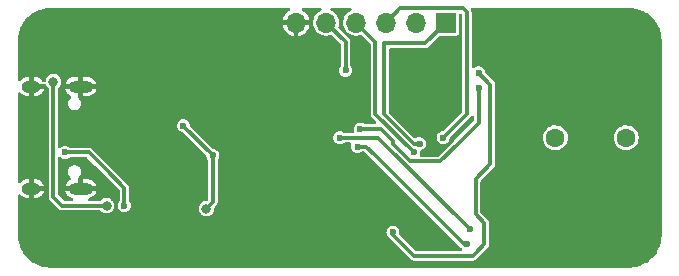
<source format=gbr>
%TF.GenerationSoftware,KiCad,Pcbnew,(6.0.7)*%
%TF.CreationDate,2023-06-20T16:23:11-04:00*%
%TF.ProjectId,microkfd,6d696372-6f6b-4666-942e-6b696361645f,E*%
%TF.SameCoordinates,Original*%
%TF.FileFunction,Copper,L2,Bot*%
%TF.FilePolarity,Positive*%
%FSLAX46Y46*%
G04 Gerber Fmt 4.6, Leading zero omitted, Abs format (unit mm)*
G04 Created by KiCad (PCBNEW (6.0.7)) date 2023-06-20 16:23:11*
%MOMM*%
%LPD*%
G01*
G04 APERTURE LIST*
%TA.AperFunction,ComponentPad*%
%ADD10O,2.100000X1.000000*%
%TD*%
%TA.AperFunction,ComponentPad*%
%ADD11O,1.600000X1.000000*%
%TD*%
%TA.AperFunction,WasherPad*%
%ADD12C,1.600000*%
%TD*%
%TA.AperFunction,ComponentPad*%
%ADD13R,1.700000X1.700000*%
%TD*%
%TA.AperFunction,ComponentPad*%
%ADD14O,1.700000X1.700000*%
%TD*%
%TA.AperFunction,ViaPad*%
%ADD15C,0.600000*%
%TD*%
%TA.AperFunction,ViaPad*%
%ADD16C,0.800000*%
%TD*%
%TA.AperFunction,Conductor*%
%ADD17C,0.300000*%
%TD*%
G04 APERTURE END LIST*
D10*
%TO.P,J1,S1,SHIELD*%
%TO.N,GND*%
X99070000Y-104320000D03*
X99070000Y-95680000D03*
D11*
X94890000Y-95680000D03*
X94890000Y-104320000D03*
%TD*%
D12*
%TO.P,J3,*%
%TO.N,*%
X139250000Y-100000000D03*
X145250000Y-100000000D03*
%TD*%
D13*
%TO.P,J2,1,MISO*%
%TO.N,MISO*%
X130000000Y-90250000D03*
D14*
%TO.P,J2,2,VCC*%
%TO.N,+5V*%
X127460000Y-90250000D03*
%TO.P,J2,3,SCK*%
%TO.N,SCK*%
X124920000Y-90250000D03*
%TO.P,J2,4,MOSI*%
%TO.N,MOSI*%
X122380000Y-90250000D03*
%TO.P,J2,5,~{RST}*%
%TO.N,~{RESET}*%
X119840000Y-90250000D03*
%TO.P,J2,6,GND*%
%TO.N,GND*%
X117300000Y-90250000D03*
%TD*%
D15*
%TO.N,GND*%
X113750000Y-95750000D03*
X100000000Y-89250000D03*
X124000000Y-106500000D03*
X107750000Y-102000000D03*
X112750000Y-95750000D03*
X125000000Y-110500000D03*
X147250000Y-101250000D03*
X126500000Y-94500000D03*
X147250000Y-102500000D03*
X110000000Y-89250000D03*
X113750000Y-110500000D03*
X108750000Y-89250000D03*
X146250000Y-105000000D03*
X113750000Y-89250000D03*
X107750000Y-103000000D03*
X146250000Y-103750000D03*
X117250000Y-100500000D03*
X103750000Y-89250000D03*
X94250000Y-107500000D03*
X108500000Y-101500000D03*
X106250000Y-89250000D03*
X123750000Y-104000000D03*
X147250000Y-105000000D03*
X147250000Y-103750000D03*
X146250000Y-102500000D03*
X118750000Y-110500000D03*
X123750000Y-110500000D03*
X122500000Y-110500000D03*
X115000000Y-89250000D03*
X122750000Y-98250000D03*
X127250000Y-95250000D03*
X112500000Y-89250000D03*
X102500000Y-89250000D03*
X128000000Y-94500000D03*
X147250000Y-98750000D03*
X118000000Y-99750000D03*
X139750000Y-109000000D03*
X121750000Y-99000000D03*
X124500000Y-103250000D03*
X146250000Y-101250000D03*
X95250000Y-110000000D03*
X111750000Y-95750000D03*
X146250000Y-98750000D03*
X126250000Y-110500000D03*
X111250000Y-89250000D03*
X147250000Y-100000000D03*
X117500000Y-110500000D03*
X94250000Y-106250000D03*
X115000000Y-110500000D03*
X105000000Y-89250000D03*
X107750000Y-101000000D03*
X94500000Y-109000000D03*
X107500000Y-89250000D03*
X118000000Y-101250000D03*
X101250000Y-89250000D03*
X122500000Y-102500000D03*
X112750000Y-96750000D03*
X124000000Y-107750000D03*
X116250000Y-110500000D03*
%TO.N,~{RESET}*%
X121500000Y-94292393D03*
%TO.N,TWI_D_RX*%
X132750000Y-95750000D03*
X122750000Y-99250000D03*
%TO.N,TWI_S_RX*%
X121000000Y-100000000D03*
X132000000Y-107750000D03*
%TO.N,MISO*%
X127750000Y-100500000D03*
%TO.N,SCK*%
X129750000Y-100000000D03*
%TO.N,MOSI*%
X127250000Y-101250000D03*
%TO.N,TWI_D_TX*%
X132750000Y-94500000D03*
X125500000Y-108000000D03*
%TO.N,TWI_S_TX*%
X122500000Y-100750000D03*
X131750000Y-109000000D03*
D16*
%TO.N,Net-(C3-Pad1)*%
X109713000Y-106000000D03*
D15*
X110250000Y-101500000D03*
X107750000Y-98983000D03*
%TO.N,Net-(J1-PadA5)*%
X97750000Y-101250000D03*
X102750000Y-105750000D03*
D16*
%TO.N,Net-(J1-PadB5)*%
X101250000Y-105750000D03*
X96750000Y-95250000D03*
%TD*%
D17*
%TO.N,~{RESET}*%
X119840000Y-90250000D02*
X121500000Y-91910000D01*
X121500000Y-91910000D02*
X121500000Y-94292393D01*
%TO.N,TWI_D_RX*%
X126957106Y-102000000D02*
X128750000Y-102000000D01*
X132750000Y-98750000D02*
X132750000Y-95750000D01*
X131000000Y-100500000D02*
X132750000Y-98750000D01*
X126750000Y-101792894D02*
X126957106Y-102000000D01*
X128750000Y-102000000D02*
X129500000Y-102000000D01*
X125500000Y-100250000D02*
X125500000Y-100542894D01*
X129500000Y-102000000D02*
X131000000Y-100500000D01*
X124500000Y-99250000D02*
X125500000Y-100250000D01*
X125500000Y-100542894D02*
X126750000Y-101792894D01*
X122750000Y-99250000D02*
X124500000Y-99250000D01*
%TO.N,TWI_S_RX*%
X121000000Y-100000000D02*
X124250000Y-100000000D01*
X124250000Y-100000000D02*
X132000000Y-107750000D01*
%TO.N,MISO*%
X124750000Y-98000000D02*
X127000000Y-100250000D01*
X128250000Y-92000000D02*
X124750000Y-92000000D01*
X124750000Y-92000000D02*
X124750000Y-98000000D01*
X130000000Y-90250000D02*
X128250000Y-92000000D01*
X127250000Y-100500000D02*
X127750000Y-100500000D01*
X127000000Y-100250000D02*
X127250000Y-100500000D01*
%TO.N,SCK*%
X131750000Y-89397845D02*
X131750000Y-98000000D01*
X131750000Y-98000000D02*
X129750000Y-100000000D01*
X124920000Y-90250000D02*
X126120000Y-89050000D01*
X131402155Y-89050000D02*
X131750000Y-89397845D01*
X126120000Y-89050000D02*
X131402155Y-89050000D01*
%TO.N,MOSI*%
X124000000Y-98000000D02*
X124000000Y-91870000D01*
X127250000Y-101250000D02*
X124000000Y-98000000D01*
X124000000Y-91870000D02*
X122380000Y-90250000D01*
%TO.N,TWI_D_TX*%
X133750000Y-102250000D02*
X132500000Y-103500000D01*
X132750000Y-94500000D02*
X133750000Y-95500000D01*
X132500000Y-109750000D02*
X132250000Y-110000000D01*
X133250000Y-109000000D02*
X132500000Y-109750000D01*
X133750000Y-98750000D02*
X133750000Y-102250000D01*
X132500000Y-106500000D02*
X133250000Y-107250000D01*
X125500000Y-108250000D02*
X125500000Y-108000000D01*
X133750000Y-95500000D02*
X133750000Y-98750000D01*
X132250000Y-110000000D02*
X127250000Y-110000000D01*
X133250000Y-107250000D02*
X133250000Y-109000000D01*
X127250000Y-110000000D02*
X125500000Y-108250000D01*
X132500000Y-103500000D02*
X132500000Y-106500000D01*
%TO.N,TWI_S_TX*%
X131500000Y-109000000D02*
X131750000Y-109000000D01*
X124000000Y-101500000D02*
X123250000Y-100750000D01*
X123250000Y-100750000D02*
X122500000Y-100750000D01*
X124000000Y-101500000D02*
X130000000Y-107500000D01*
X130000000Y-107500000D02*
X131500000Y-109000000D01*
%TO.N,Net-(C3-Pad1)*%
X110250000Y-105463000D02*
X109713000Y-106000000D01*
X110250000Y-101483000D02*
X110250000Y-101500000D01*
X110250000Y-101500000D02*
X110250000Y-103250000D01*
X110250000Y-103250000D02*
X110250000Y-105463000D01*
X107750000Y-98983000D02*
X110250000Y-101483000D01*
%TO.N,Net-(J1-PadA5)*%
X102750000Y-104250000D02*
X102750000Y-105750000D01*
X101250000Y-102750000D02*
X102750000Y-104250000D01*
X97750000Y-101250000D02*
X99750000Y-101250000D01*
X99750000Y-101250000D02*
X101250000Y-102750000D01*
%TO.N,Net-(J1-PadB5)*%
X101250000Y-105750000D02*
X97500000Y-105750000D01*
X97500000Y-105750000D02*
X97000000Y-105250000D01*
X96750000Y-100250000D02*
X96750000Y-95250000D01*
X96750000Y-105000000D02*
X96750000Y-100250000D01*
X97000000Y-105250000D02*
X96750000Y-105000000D01*
%TD*%
%TA.AperFunction,Conductor*%
%TO.N,GND*%
G36*
X116766952Y-89020185D02*
G01*
X116812707Y-89072989D01*
X116822651Y-89142147D01*
X116793626Y-89205703D01*
X116763313Y-89231067D01*
X116626035Y-89312738D01*
X116616877Y-89319392D01*
X116466518Y-89451254D01*
X116458728Y-89459463D01*
X116334916Y-89616518D01*
X116328751Y-89626011D01*
X116235633Y-89803000D01*
X116231300Y-89813461D01*
X116171998Y-90004444D01*
X116169642Y-90015526D01*
X116167658Y-90032293D01*
X116170062Y-90046488D01*
X116182600Y-90050000D01*
X118418720Y-90050000D01*
X118433037Y-90045796D01*
X118434560Y-90036838D01*
X118434044Y-90034057D01*
X118379760Y-89841583D01*
X118375703Y-89831013D01*
X118287252Y-89651652D01*
X118281333Y-89641994D01*
X118161682Y-89481762D01*
X118154101Y-89473342D01*
X118007250Y-89337595D01*
X117998265Y-89330700D01*
X117837666Y-89229370D01*
X117791473Y-89176949D01*
X117780953Y-89107876D01*
X117809448Y-89044081D01*
X117867909Y-89005818D01*
X117903834Y-89000500D01*
X119352752Y-89000500D01*
X119419791Y-89020185D01*
X119465546Y-89072989D01*
X119475490Y-89142147D01*
X119446465Y-89205703D01*
X119395671Y-89240836D01*
X119369521Y-89250483D01*
X119369517Y-89250485D01*
X119364193Y-89252449D01*
X119359310Y-89255354D01*
X119359308Y-89255355D01*
X119232004Y-89331093D01*
X119190371Y-89355862D01*
X119038305Y-89489220D01*
X118913089Y-89648057D01*
X118818914Y-89827053D01*
X118817229Y-89832479D01*
X118817228Y-89832482D01*
X118779421Y-89954244D01*
X118758937Y-90020213D01*
X118735164Y-90221069D01*
X118735535Y-90226731D01*
X118735535Y-90226735D01*
X118740851Y-90307842D01*
X118748392Y-90422894D01*
X118798178Y-90618928D01*
X118800554Y-90624082D01*
X118808205Y-90640677D01*
X118882856Y-90802607D01*
X118999588Y-90967780D01*
X119144466Y-91108913D01*
X119312637Y-91221282D01*
X119498470Y-91301122D01*
X119563222Y-91315774D01*
X119690193Y-91344505D01*
X119690195Y-91344505D01*
X119695740Y-91345760D01*
X119813135Y-91350372D01*
X119892161Y-91353477D01*
X119892163Y-91353477D01*
X119897842Y-91353700D01*
X119903462Y-91352885D01*
X119903465Y-91352885D01*
X120092387Y-91325493D01*
X120092389Y-91325493D01*
X120098007Y-91324678D01*
X120103384Y-91322853D01*
X120103387Y-91322852D01*
X120211841Y-91286036D01*
X120281650Y-91283126D01*
X120339381Y-91315774D01*
X121063181Y-92039574D01*
X121096666Y-92100897D01*
X121099500Y-92127255D01*
X121099500Y-93867947D01*
X121079815Y-93934986D01*
X121073875Y-93943434D01*
X121024089Y-94008316D01*
X121024087Y-94008320D01*
X121019139Y-94014768D01*
X121014801Y-94025241D01*
X120970342Y-94132577D01*
X120963670Y-94148684D01*
X120944750Y-94292393D01*
X120963670Y-94436102D01*
X120966781Y-94443614D01*
X120966782Y-94443616D01*
X120971750Y-94455609D01*
X121019139Y-94570018D01*
X121107379Y-94685014D01*
X121222375Y-94773254D01*
X121229887Y-94776365D01*
X121229886Y-94776365D01*
X121348777Y-94825611D01*
X121348779Y-94825612D01*
X121356291Y-94828723D01*
X121500000Y-94847643D01*
X121643709Y-94828723D01*
X121651221Y-94825612D01*
X121651223Y-94825611D01*
X121770114Y-94776365D01*
X121770113Y-94776365D01*
X121777625Y-94773254D01*
X121892621Y-94685014D01*
X121980861Y-94570018D01*
X122028250Y-94455609D01*
X122033218Y-94443616D01*
X122033219Y-94443614D01*
X122036330Y-94436102D01*
X122055250Y-94292393D01*
X122036330Y-94148684D01*
X122029659Y-94132577D01*
X121985199Y-94025241D01*
X121980861Y-94014768D01*
X121975913Y-94008320D01*
X121975911Y-94008316D01*
X121926125Y-93943434D01*
X121900930Y-93878265D01*
X121900500Y-93867947D01*
X121900500Y-91846567D01*
X121893653Y-91825494D01*
X121889111Y-91806574D01*
X121887173Y-91794338D01*
X121885646Y-91784696D01*
X121880540Y-91774674D01*
X121875588Y-91764956D01*
X121868142Y-91746979D01*
X121864312Y-91735192D01*
X121861297Y-91725911D01*
X121848270Y-91707981D01*
X121838108Y-91691398D01*
X121832480Y-91680353D01*
X121828050Y-91671658D01*
X121805487Y-91649095D01*
X121805484Y-91649091D01*
X120905774Y-90749381D01*
X120872289Y-90688058D01*
X120876036Y-90621841D01*
X120912852Y-90513387D01*
X120912853Y-90513384D01*
X120914678Y-90508007D01*
X120920530Y-90467645D01*
X120943176Y-90311458D01*
X120943176Y-90311453D01*
X120943700Y-90307842D01*
X120945215Y-90250000D01*
X120926708Y-90048591D01*
X120871807Y-89853926D01*
X120782351Y-89672527D01*
X120661335Y-89510467D01*
X120512812Y-89373174D01*
X120480762Y-89352952D01*
X120346566Y-89268280D01*
X120346564Y-89268279D01*
X120341757Y-89265246D01*
X120277655Y-89239672D01*
X120222682Y-89196547D01*
X120199752Y-89130548D01*
X120216143Y-89062628D01*
X120266653Y-89014352D01*
X120323604Y-89000500D01*
X121892752Y-89000500D01*
X121959791Y-89020185D01*
X122005546Y-89072989D01*
X122015490Y-89142147D01*
X121986465Y-89205703D01*
X121935671Y-89240836D01*
X121909521Y-89250483D01*
X121909517Y-89250485D01*
X121904193Y-89252449D01*
X121899310Y-89255354D01*
X121899308Y-89255355D01*
X121772004Y-89331093D01*
X121730371Y-89355862D01*
X121578305Y-89489220D01*
X121453089Y-89648057D01*
X121358914Y-89827053D01*
X121357229Y-89832479D01*
X121357228Y-89832482D01*
X121319421Y-89954244D01*
X121298937Y-90020213D01*
X121275164Y-90221069D01*
X121275535Y-90226731D01*
X121275535Y-90226735D01*
X121280851Y-90307842D01*
X121288392Y-90422894D01*
X121338178Y-90618928D01*
X121340554Y-90624082D01*
X121348205Y-90640677D01*
X121422856Y-90802607D01*
X121539588Y-90967780D01*
X121684466Y-91108913D01*
X121852637Y-91221282D01*
X122038470Y-91301122D01*
X122103222Y-91315774D01*
X122230193Y-91344505D01*
X122230195Y-91344505D01*
X122235740Y-91345760D01*
X122353135Y-91350372D01*
X122432161Y-91353477D01*
X122432163Y-91353477D01*
X122437842Y-91353700D01*
X122443462Y-91352885D01*
X122443465Y-91352885D01*
X122632387Y-91325493D01*
X122632389Y-91325493D01*
X122638007Y-91324678D01*
X122643384Y-91322853D01*
X122643387Y-91322852D01*
X122751841Y-91286036D01*
X122821650Y-91283126D01*
X122879381Y-91315774D01*
X123563181Y-91999574D01*
X123596666Y-92060897D01*
X123599500Y-92087255D01*
X123599500Y-98063433D01*
X123602515Y-98072711D01*
X123606345Y-98084499D01*
X123610889Y-98103424D01*
X123614354Y-98125304D01*
X123618783Y-98133997D01*
X123618785Y-98134002D01*
X123624413Y-98145048D01*
X123631857Y-98163019D01*
X123634663Y-98171653D01*
X123638704Y-98184090D01*
X123651726Y-98202013D01*
X123661892Y-98218602D01*
X123671950Y-98238342D01*
X123694513Y-98260905D01*
X123694516Y-98260909D01*
X124071426Y-98637819D01*
X124104911Y-98699142D01*
X124099927Y-98768834D01*
X124058055Y-98824767D01*
X123992591Y-98849184D01*
X123983745Y-98849500D01*
X123174446Y-98849500D01*
X123107407Y-98829815D01*
X123098959Y-98823875D01*
X123034077Y-98774089D01*
X123034072Y-98774086D01*
X123027625Y-98769139D01*
X122991593Y-98754214D01*
X122901223Y-98716782D01*
X122901221Y-98716781D01*
X122893709Y-98713670D01*
X122750000Y-98694750D01*
X122606291Y-98713670D01*
X122598779Y-98716781D01*
X122598777Y-98716782D01*
X122508407Y-98754214D01*
X122472375Y-98769139D01*
X122465928Y-98774086D01*
X122399880Y-98824767D01*
X122357379Y-98857379D01*
X122269139Y-98972375D01*
X122213670Y-99106291D01*
X122194750Y-99250000D01*
X122213670Y-99393709D01*
X122227894Y-99428049D01*
X122235361Y-99497519D01*
X122204085Y-99559997D01*
X122143996Y-99595649D01*
X122113332Y-99599500D01*
X121424446Y-99599500D01*
X121357407Y-99579815D01*
X121348959Y-99573875D01*
X121284077Y-99524089D01*
X121284072Y-99524086D01*
X121277625Y-99519139D01*
X121225429Y-99497519D01*
X121151223Y-99466782D01*
X121151221Y-99466781D01*
X121143709Y-99463670D01*
X121000000Y-99444750D01*
X120856291Y-99463670D01*
X120848779Y-99466781D01*
X120848777Y-99466782D01*
X120774571Y-99497519D01*
X120722375Y-99519139D01*
X120607379Y-99607379D01*
X120519139Y-99722375D01*
X120516028Y-99729886D01*
X120489070Y-99794970D01*
X120463670Y-99856291D01*
X120444750Y-100000000D01*
X120463670Y-100143709D01*
X120519139Y-100277625D01*
X120607379Y-100392621D01*
X120613822Y-100397565D01*
X120699261Y-100463125D01*
X120722375Y-100480861D01*
X120729887Y-100483972D01*
X120729886Y-100483972D01*
X120848777Y-100533218D01*
X120848779Y-100533219D01*
X120856291Y-100536330D01*
X121000000Y-100555250D01*
X121143709Y-100536330D01*
X121151221Y-100533219D01*
X121151223Y-100533218D01*
X121270114Y-100483972D01*
X121270113Y-100483972D01*
X121277625Y-100480861D01*
X121284073Y-100475913D01*
X121284077Y-100475911D01*
X121348959Y-100426125D01*
X121414128Y-100400930D01*
X121424446Y-100400500D01*
X121863332Y-100400500D01*
X121930371Y-100420185D01*
X121976126Y-100472989D01*
X121986070Y-100542147D01*
X121977894Y-100571950D01*
X121963670Y-100606291D01*
X121944750Y-100750000D01*
X121963670Y-100893709D01*
X121966781Y-100901221D01*
X121966782Y-100901223D01*
X121992209Y-100962609D01*
X122019139Y-101027625D01*
X122107379Y-101142621D01*
X122113822Y-101147565D01*
X122199261Y-101213125D01*
X122222375Y-101230861D01*
X122258407Y-101245786D01*
X122348777Y-101283218D01*
X122348779Y-101283219D01*
X122356291Y-101286330D01*
X122500000Y-101305250D01*
X122643709Y-101286330D01*
X122651221Y-101283219D01*
X122651223Y-101283218D01*
X122741593Y-101245786D01*
X122777625Y-101230861D01*
X122784073Y-101225913D01*
X122784077Y-101225911D01*
X122848959Y-101176125D01*
X122914128Y-101150930D01*
X122924446Y-101150500D01*
X123032745Y-101150500D01*
X123099784Y-101170185D01*
X123120426Y-101186819D01*
X123694516Y-101760909D01*
X129694513Y-107760905D01*
X129694516Y-107760909D01*
X131171950Y-109238342D01*
X131261658Y-109328050D01*
X131281396Y-109338107D01*
X131297986Y-109348274D01*
X131315910Y-109361296D01*
X131321660Y-109363164D01*
X131350044Y-109383786D01*
X131352432Y-109386174D01*
X131355021Y-109389548D01*
X131387562Y-109449142D01*
X131382578Y-109518834D01*
X131340706Y-109574767D01*
X131275242Y-109599184D01*
X131266396Y-109599500D01*
X127467255Y-109599500D01*
X127400216Y-109579815D01*
X127379574Y-109563181D01*
X126069978Y-108253585D01*
X126036493Y-108192262D01*
X126037644Y-108143882D01*
X126036330Y-108143709D01*
X126054189Y-108008059D01*
X126055250Y-108000000D01*
X126036330Y-107856291D01*
X126014904Y-107804562D01*
X125983972Y-107729886D01*
X125980861Y-107722375D01*
X125892621Y-107607379D01*
X125777625Y-107519139D01*
X125741593Y-107504214D01*
X125651223Y-107466782D01*
X125651221Y-107466781D01*
X125643709Y-107463670D01*
X125500000Y-107444750D01*
X125356291Y-107463670D01*
X125348779Y-107466781D01*
X125348777Y-107466782D01*
X125258407Y-107504214D01*
X125222375Y-107519139D01*
X125107379Y-107607379D01*
X125019139Y-107722375D01*
X125016028Y-107729886D01*
X124985097Y-107804562D01*
X124963670Y-107856291D01*
X124944750Y-108000000D01*
X124963670Y-108143709D01*
X124966781Y-108151221D01*
X124966782Y-108151223D01*
X124992418Y-108213115D01*
X125019139Y-108277625D01*
X125107379Y-108392621D01*
X125113821Y-108397564D01*
X125116214Y-108399957D01*
X125136835Y-108428339D01*
X125138704Y-108434090D01*
X125151728Y-108452016D01*
X125161892Y-108468602D01*
X125171950Y-108488342D01*
X125194513Y-108510905D01*
X125194516Y-108510909D01*
X126989091Y-110305484D01*
X126989095Y-110305487D01*
X127011658Y-110328050D01*
X127031401Y-110338109D01*
X127047988Y-110348274D01*
X127058017Y-110355561D01*
X127058019Y-110355562D01*
X127065911Y-110361296D01*
X127075190Y-110364311D01*
X127086978Y-110368141D01*
X127104954Y-110375587D01*
X127124696Y-110385646D01*
X127146576Y-110389111D01*
X127165501Y-110393655D01*
X127186567Y-110400500D01*
X132313433Y-110400500D01*
X132334499Y-110393655D01*
X132353424Y-110389111D01*
X132375304Y-110385646D01*
X132383997Y-110381217D01*
X132384002Y-110381215D01*
X132395048Y-110375587D01*
X132413019Y-110368143D01*
X132421653Y-110365337D01*
X132434090Y-110361296D01*
X132452016Y-110348272D01*
X132468602Y-110338108D01*
X132488342Y-110328050D01*
X132510905Y-110305487D01*
X132510909Y-110305484D01*
X132760906Y-110055486D01*
X132760909Y-110055484D01*
X133555483Y-109260909D01*
X133578050Y-109238342D01*
X133588108Y-109218603D01*
X133598274Y-109202013D01*
X133605561Y-109191983D01*
X133611296Y-109184090D01*
X133617649Y-109164538D01*
X133618143Y-109163019D01*
X133625587Y-109145048D01*
X133631215Y-109134002D01*
X133631217Y-109133997D01*
X133635646Y-109125304D01*
X133639111Y-109103424D01*
X133643655Y-109084499D01*
X133647485Y-109072711D01*
X133650500Y-109063433D01*
X133650500Y-107186567D01*
X133643655Y-107165501D01*
X133639111Y-107146575D01*
X133637172Y-107134333D01*
X133635646Y-107124696D01*
X133631217Y-107116003D01*
X133631215Y-107115998D01*
X133625587Y-107104952D01*
X133618143Y-107086981D01*
X133614312Y-107075192D01*
X133611296Y-107065910D01*
X133598274Y-107047986D01*
X133588107Y-107031396D01*
X133582480Y-107020353D01*
X133578050Y-107011658D01*
X133213711Y-106647319D01*
X132936819Y-106370426D01*
X132903334Y-106309103D01*
X132900500Y-106282745D01*
X132900500Y-103717255D01*
X132920185Y-103650216D01*
X132936819Y-103629574D01*
X134055484Y-102510909D01*
X134055487Y-102510905D01*
X134078050Y-102488342D01*
X134088108Y-102468602D01*
X134098272Y-102452016D01*
X134111296Y-102434090D01*
X134115337Y-102421653D01*
X134118143Y-102413019D01*
X134125587Y-102395048D01*
X134131215Y-102384002D01*
X134131217Y-102383997D01*
X134135646Y-102375304D01*
X134139111Y-102353424D01*
X134143655Y-102334499D01*
X134147485Y-102322711D01*
X134150500Y-102313433D01*
X134150500Y-99985262D01*
X138194520Y-99985262D01*
X138211759Y-100190553D01*
X138268544Y-100388586D01*
X138271316Y-100393981D01*
X138271317Y-100393982D01*
X138320039Y-100488785D01*
X138362712Y-100571818D01*
X138366480Y-100576572D01*
X138395402Y-100613062D01*
X138490677Y-100733270D01*
X138495296Y-100737201D01*
X138642950Y-100862865D01*
X138642955Y-100862869D01*
X138647564Y-100866791D01*
X138827398Y-100967297D01*
X138972785Y-101014536D01*
X138989952Y-101020114D01*
X139023329Y-101030959D01*
X139029347Y-101031677D01*
X139029349Y-101031677D01*
X139171410Y-101048616D01*
X139227894Y-101055351D01*
X139233938Y-101054886D01*
X139233939Y-101054886D01*
X139295266Y-101050167D01*
X139433300Y-101039546D01*
X139518596Y-101015731D01*
X139625885Y-100985776D01*
X139625889Y-100985774D01*
X139631725Y-100984145D01*
X139815610Y-100891258D01*
X139977951Y-100764424D01*
X139981907Y-100759840D01*
X139981911Y-100759837D01*
X140108602Y-100613062D01*
X140112564Y-100608472D01*
X140133387Y-100571818D01*
X140211327Y-100434618D01*
X140214323Y-100429344D01*
X140279351Y-100233863D01*
X140280803Y-100222375D01*
X140304736Y-100032919D01*
X140304736Y-100032915D01*
X140305171Y-100029474D01*
X140305404Y-100012832D01*
X140305535Y-100003461D01*
X140305535Y-100003454D01*
X140305583Y-100000000D01*
X140304138Y-99985262D01*
X144194520Y-99985262D01*
X144211759Y-100190553D01*
X144268544Y-100388586D01*
X144271316Y-100393981D01*
X144271317Y-100393982D01*
X144320039Y-100488785D01*
X144362712Y-100571818D01*
X144366480Y-100576572D01*
X144395402Y-100613062D01*
X144490677Y-100733270D01*
X144495296Y-100737201D01*
X144642950Y-100862865D01*
X144642955Y-100862869D01*
X144647564Y-100866791D01*
X144827398Y-100967297D01*
X144972785Y-101014536D01*
X144989952Y-101020114D01*
X145023329Y-101030959D01*
X145029347Y-101031677D01*
X145029349Y-101031677D01*
X145171410Y-101048616D01*
X145227894Y-101055351D01*
X145233938Y-101054886D01*
X145233939Y-101054886D01*
X145295266Y-101050167D01*
X145433300Y-101039546D01*
X145518596Y-101015731D01*
X145625885Y-100985776D01*
X145625889Y-100985774D01*
X145631725Y-100984145D01*
X145815610Y-100891258D01*
X145977951Y-100764424D01*
X145981907Y-100759840D01*
X145981911Y-100759837D01*
X146108602Y-100613062D01*
X146112564Y-100608472D01*
X146133387Y-100571818D01*
X146211327Y-100434618D01*
X146214323Y-100429344D01*
X146279351Y-100233863D01*
X146280803Y-100222375D01*
X146304736Y-100032919D01*
X146304736Y-100032915D01*
X146305171Y-100029474D01*
X146305404Y-100012832D01*
X146305535Y-100003461D01*
X146305535Y-100003454D01*
X146305583Y-100000000D01*
X146292283Y-99864354D01*
X146286072Y-99801006D01*
X146286072Y-99801004D01*
X146285480Y-99794970D01*
X146230788Y-99613822D01*
X146227688Y-99603555D01*
X146225935Y-99597749D01*
X146154645Y-99463670D01*
X146132065Y-99421203D01*
X146132064Y-99421201D01*
X146129218Y-99415849D01*
X145999011Y-99256200D01*
X145992075Y-99250462D01*
X145844946Y-99128746D01*
X145844945Y-99128745D01*
X145840275Y-99124882D01*
X145659055Y-99026897D01*
X145649991Y-99024091D01*
X145534504Y-98988342D01*
X145462254Y-98965977D01*
X145257369Y-98944443D01*
X145251336Y-98944992D01*
X145251332Y-98944992D01*
X145125721Y-98956424D01*
X145052203Y-98963114D01*
X145046390Y-98964825D01*
X145046389Y-98964825D01*
X144860392Y-99019567D01*
X144854572Y-99021280D01*
X144770819Y-99065065D01*
X144677374Y-99113917D01*
X144677370Y-99113920D01*
X144672002Y-99116726D01*
X144667279Y-99120523D01*
X144667278Y-99120524D01*
X144659586Y-99126709D01*
X144511447Y-99245815D01*
X144379024Y-99403630D01*
X144279776Y-99584162D01*
X144277942Y-99589944D01*
X144277941Y-99589946D01*
X144235932Y-99722375D01*
X144217484Y-99780532D01*
X144194520Y-99985262D01*
X140304138Y-99985262D01*
X140292283Y-99864354D01*
X140286072Y-99801006D01*
X140286072Y-99801004D01*
X140285480Y-99794970D01*
X140230788Y-99613822D01*
X140227688Y-99603555D01*
X140225935Y-99597749D01*
X140154645Y-99463670D01*
X140132065Y-99421203D01*
X140132064Y-99421201D01*
X140129218Y-99415849D01*
X139999011Y-99256200D01*
X139992075Y-99250462D01*
X139844946Y-99128746D01*
X139844945Y-99128745D01*
X139840275Y-99124882D01*
X139659055Y-99026897D01*
X139649991Y-99024091D01*
X139534504Y-98988342D01*
X139462254Y-98965977D01*
X139257369Y-98944443D01*
X139251336Y-98944992D01*
X139251332Y-98944992D01*
X139125721Y-98956424D01*
X139052203Y-98963114D01*
X139046390Y-98964825D01*
X139046389Y-98964825D01*
X138860392Y-99019567D01*
X138854572Y-99021280D01*
X138770819Y-99065065D01*
X138677374Y-99113917D01*
X138677370Y-99113920D01*
X138672002Y-99116726D01*
X138667279Y-99120523D01*
X138667278Y-99120524D01*
X138659586Y-99126709D01*
X138511447Y-99245815D01*
X138379024Y-99403630D01*
X138279776Y-99584162D01*
X138277942Y-99589944D01*
X138277941Y-99589946D01*
X138235932Y-99722375D01*
X138217484Y-99780532D01*
X138194520Y-99985262D01*
X134150500Y-99985262D01*
X134150500Y-95436567D01*
X134144987Y-95419598D01*
X134143653Y-95415494D01*
X134139111Y-95396574D01*
X134135646Y-95374696D01*
X134126823Y-95357379D01*
X134125588Y-95354956D01*
X134118142Y-95336979D01*
X134111297Y-95315911D01*
X134098270Y-95297981D01*
X134088108Y-95281398D01*
X134078050Y-95261658D01*
X134055487Y-95239095D01*
X134055484Y-95239091D01*
X133333325Y-94516932D01*
X133299840Y-94455609D01*
X133298067Y-94445437D01*
X133287392Y-94364354D01*
X133287391Y-94364351D01*
X133286330Y-94356291D01*
X133230861Y-94222375D01*
X133142621Y-94107379D01*
X133027625Y-94019139D01*
X132991593Y-94004214D01*
X132901223Y-93966782D01*
X132901221Y-93966781D01*
X132893709Y-93963670D01*
X132750000Y-93944750D01*
X132606291Y-93963670D01*
X132598779Y-93966781D01*
X132598777Y-93966782D01*
X132508407Y-94004214D01*
X132472375Y-94019139D01*
X132357379Y-94107379D01*
X132357011Y-94106899D01*
X132300858Y-94137561D01*
X132231166Y-94132577D01*
X132175233Y-94090705D01*
X132150816Y-94025241D01*
X132150500Y-94016395D01*
X132150500Y-89334412D01*
X132143655Y-89313346D01*
X132139111Y-89294420D01*
X132137172Y-89282178D01*
X132135646Y-89272541D01*
X132131217Y-89263848D01*
X132131215Y-89263843D01*
X132125587Y-89252797D01*
X132118143Y-89234826D01*
X132114312Y-89223037D01*
X132111296Y-89213755D01*
X132105562Y-89205863D01*
X132105559Y-89205857D01*
X132099404Y-89197386D01*
X132075923Y-89131580D01*
X132091748Y-89063526D01*
X132141853Y-89014831D01*
X132199721Y-89000500D01*
X145463115Y-89000500D01*
X145487306Y-89002883D01*
X145500000Y-89005408D01*
X145511978Y-89003026D01*
X145524191Y-89003026D01*
X145524191Y-89003219D01*
X145534950Y-89002463D01*
X145629045Y-89007747D01*
X145800894Y-89017398D01*
X145814712Y-89018955D01*
X146104953Y-89068269D01*
X146118510Y-89071363D01*
X146401413Y-89152866D01*
X146414538Y-89157459D01*
X146686528Y-89270121D01*
X146699056Y-89276154D01*
X146810226Y-89337595D01*
X146956732Y-89418566D01*
X146968495Y-89425957D01*
X147139175Y-89547061D01*
X147208605Y-89596324D01*
X147219477Y-89604995D01*
X147438997Y-89801171D01*
X147448829Y-89811003D01*
X147645005Y-90030523D01*
X147653676Y-90041395D01*
X147804287Y-90253661D01*
X147824039Y-90281499D01*
X147831437Y-90293273D01*
X147973846Y-90550944D01*
X147979879Y-90563472D01*
X148092541Y-90835462D01*
X148097134Y-90848587D01*
X148170990Y-91104945D01*
X148178637Y-91131490D01*
X148181731Y-91145046D01*
X148183797Y-91157206D01*
X148231045Y-91435288D01*
X148232602Y-91449106D01*
X148247141Y-91707989D01*
X148247537Y-91715048D01*
X148246781Y-91725809D01*
X148246974Y-91725809D01*
X148246974Y-91738022D01*
X148244592Y-91750000D01*
X148246975Y-91761979D01*
X148247117Y-91762694D01*
X148249500Y-91786885D01*
X148249500Y-108213115D01*
X148247117Y-108237306D01*
X148244592Y-108250000D01*
X148246974Y-108261978D01*
X148246974Y-108274191D01*
X148246781Y-108274191D01*
X148247537Y-108284950D01*
X148247400Y-108287391D01*
X148232602Y-108550894D01*
X148231045Y-108564712D01*
X148181731Y-108854953D01*
X148178637Y-108868510D01*
X148097134Y-109151413D01*
X148092541Y-109164538D01*
X147979879Y-109436528D01*
X147973846Y-109449056D01*
X147831437Y-109706727D01*
X147824039Y-109718501D01*
X147653676Y-109958605D01*
X147645005Y-109969477D01*
X147448829Y-110188997D01*
X147438997Y-110198829D01*
X147219477Y-110395005D01*
X147208605Y-110403676D01*
X146968495Y-110574043D01*
X146956732Y-110581434D01*
X146842625Y-110644499D01*
X146699056Y-110723846D01*
X146686528Y-110729879D01*
X146414538Y-110842541D01*
X146401413Y-110847134D01*
X146118510Y-110928637D01*
X146104953Y-110931731D01*
X145814712Y-110981045D01*
X145800894Y-110982602D01*
X145629045Y-110992253D01*
X145534950Y-110997537D01*
X145524191Y-110996781D01*
X145524191Y-110996974D01*
X145511978Y-110996974D01*
X145500000Y-110994592D01*
X145487345Y-110997109D01*
X145487306Y-110997117D01*
X145463115Y-110999500D01*
X96536885Y-110999500D01*
X96512694Y-110997117D01*
X96512655Y-110997109D01*
X96500000Y-110994592D01*
X96488022Y-110996974D01*
X96475809Y-110996974D01*
X96475809Y-110996781D01*
X96465050Y-110997537D01*
X96370955Y-110992253D01*
X96199106Y-110982602D01*
X96185288Y-110981045D01*
X95895047Y-110931731D01*
X95881490Y-110928637D01*
X95598587Y-110847134D01*
X95585462Y-110842541D01*
X95313472Y-110729879D01*
X95300944Y-110723846D01*
X95157375Y-110644499D01*
X95043268Y-110581434D01*
X95031505Y-110574043D01*
X94791395Y-110403676D01*
X94780523Y-110395005D01*
X94561003Y-110198829D01*
X94551171Y-110188997D01*
X94354995Y-109969477D01*
X94346324Y-109958605D01*
X94175961Y-109718501D01*
X94168563Y-109706727D01*
X94026154Y-109449056D01*
X94020121Y-109436528D01*
X93907459Y-109164538D01*
X93902866Y-109151413D01*
X93821363Y-108868510D01*
X93818269Y-108854953D01*
X93768955Y-108564712D01*
X93767398Y-108550894D01*
X93752600Y-108287391D01*
X93752463Y-108284950D01*
X93753219Y-108274191D01*
X93753026Y-108274191D01*
X93753026Y-108261978D01*
X93755408Y-108250000D01*
X93752883Y-108237306D01*
X93750500Y-108213115D01*
X93750500Y-104910056D01*
X93770185Y-104843017D01*
X93822989Y-104797262D01*
X93892147Y-104787318D01*
X93955703Y-104816343D01*
X93963094Y-104823297D01*
X94076325Y-104938924D01*
X94087007Y-104947635D01*
X94226214Y-105037349D01*
X94238555Y-105043475D01*
X94394184Y-105100119D01*
X94407572Y-105103358D01*
X94535444Y-105119512D01*
X94543202Y-105120000D01*
X94672170Y-105120000D01*
X94687169Y-105115596D01*
X94688356Y-105114226D01*
X94690000Y-105106668D01*
X94690000Y-105102170D01*
X95090000Y-105102170D01*
X95094404Y-105117169D01*
X95095774Y-105118356D01*
X95103332Y-105120000D01*
X95231656Y-105120000D01*
X95238582Y-105119613D01*
X95361472Y-105105829D01*
X95374903Y-105102777D01*
X95531313Y-105048310D01*
X95543733Y-105042358D01*
X95684184Y-104954595D01*
X95694979Y-104946039D01*
X95812498Y-104829338D01*
X95821128Y-104818604D01*
X95909870Y-104678770D01*
X95915912Y-104666381D01*
X95962056Y-104536795D01*
X95962839Y-104522939D01*
X95957261Y-104520000D01*
X95107830Y-104520000D01*
X95092831Y-104524404D01*
X95091644Y-104525774D01*
X95090000Y-104533332D01*
X95090000Y-105102170D01*
X94690000Y-105102170D01*
X94690000Y-104102170D01*
X95090000Y-104102170D01*
X95094404Y-104117169D01*
X95095774Y-104118356D01*
X95103332Y-104120000D01*
X95949218Y-104120000D01*
X95962535Y-104116090D01*
X95963480Y-104109519D01*
X95920678Y-103983788D01*
X95914807Y-103971313D01*
X95828031Y-103830259D01*
X95819548Y-103819401D01*
X95703675Y-103701076D01*
X95692993Y-103692365D01*
X95553786Y-103602651D01*
X95541445Y-103596525D01*
X95385816Y-103539881D01*
X95372428Y-103536642D01*
X95244556Y-103520488D01*
X95236798Y-103520000D01*
X95107830Y-103520000D01*
X95092831Y-103524404D01*
X95091644Y-103525774D01*
X95090000Y-103533332D01*
X95090000Y-104102170D01*
X94690000Y-104102170D01*
X94690000Y-103537830D01*
X94685596Y-103522831D01*
X94684226Y-103521644D01*
X94676668Y-103520000D01*
X94548344Y-103520000D01*
X94541418Y-103520387D01*
X94418528Y-103534171D01*
X94405097Y-103537223D01*
X94248687Y-103591690D01*
X94236267Y-103597642D01*
X94095816Y-103685405D01*
X94085021Y-103693961D01*
X93962585Y-103815545D01*
X93960558Y-103813504D01*
X93913786Y-103846053D01*
X93843963Y-103848622D01*
X93783836Y-103813034D01*
X93752494Y-103750589D01*
X93750500Y-103728441D01*
X93750500Y-96270056D01*
X93770185Y-96203017D01*
X93822989Y-96157262D01*
X93892147Y-96147318D01*
X93955703Y-96176343D01*
X93963094Y-96183297D01*
X94076325Y-96298924D01*
X94087007Y-96307635D01*
X94226214Y-96397349D01*
X94238555Y-96403475D01*
X94394184Y-96460119D01*
X94407572Y-96463358D01*
X94535444Y-96479512D01*
X94543202Y-96480000D01*
X94672170Y-96480000D01*
X94687169Y-96475596D01*
X94688356Y-96474226D01*
X94690000Y-96466668D01*
X94690000Y-96462170D01*
X95090000Y-96462170D01*
X95094404Y-96477169D01*
X95095774Y-96478356D01*
X95103332Y-96480000D01*
X95231656Y-96480000D01*
X95238582Y-96479613D01*
X95361472Y-96465829D01*
X95374903Y-96462777D01*
X95531313Y-96408310D01*
X95543733Y-96402358D01*
X95684184Y-96314595D01*
X95694979Y-96306039D01*
X95812498Y-96189338D01*
X95821128Y-96178604D01*
X95909870Y-96038770D01*
X95915912Y-96026381D01*
X95962056Y-95896795D01*
X95962839Y-95882939D01*
X95957261Y-95880000D01*
X95107830Y-95880000D01*
X95092831Y-95884404D01*
X95091644Y-95885774D01*
X95090000Y-95893332D01*
X95090000Y-96462170D01*
X94690000Y-96462170D01*
X94690000Y-95462170D01*
X95090000Y-95462170D01*
X95094404Y-95477169D01*
X95095774Y-95478356D01*
X95103332Y-95480000D01*
X95949218Y-95480000D01*
X95985258Y-95469418D01*
X96008637Y-95454393D01*
X96078506Y-95454393D01*
X96137284Y-95492168D01*
X96160018Y-95530755D01*
X96163571Y-95540464D01*
X96163574Y-95540470D01*
X96166143Y-95547490D01*
X96253958Y-95678172D01*
X96259488Y-95683204D01*
X96259489Y-95683205D01*
X96276183Y-95698395D01*
X96306875Y-95726322D01*
X96308953Y-95728213D01*
X96345290Y-95787891D01*
X96349500Y-95819928D01*
X96349500Y-105063433D01*
X96352515Y-105072711D01*
X96356345Y-105084499D01*
X96360889Y-105103424D01*
X96364354Y-105125304D01*
X96368783Y-105133997D01*
X96368785Y-105134002D01*
X96374413Y-105145048D01*
X96381857Y-105163019D01*
X96384663Y-105171653D01*
X96388704Y-105184090D01*
X96401728Y-105202016D01*
X96411892Y-105218602D01*
X96421950Y-105238342D01*
X96444513Y-105260905D01*
X96444516Y-105260909D01*
X96694514Y-105510906D01*
X96694516Y-105510909D01*
X97239091Y-106055484D01*
X97239095Y-106055487D01*
X97261658Y-106078050D01*
X97281401Y-106088109D01*
X97297988Y-106098274D01*
X97308017Y-106105561D01*
X97308019Y-106105562D01*
X97315911Y-106111296D01*
X97325190Y-106114311D01*
X97336978Y-106118141D01*
X97354954Y-106125587D01*
X97374696Y-106135646D01*
X97396576Y-106139111D01*
X97415501Y-106143655D01*
X97436567Y-106150500D01*
X100675576Y-106150500D01*
X100742615Y-106170185D01*
X100759022Y-106182780D01*
X100870410Y-106284135D01*
X100876980Y-106287702D01*
X100876981Y-106287703D01*
X100915745Y-106308750D01*
X101008776Y-106359262D01*
X101111031Y-106386088D01*
X101153841Y-106397319D01*
X101153843Y-106397319D01*
X101161069Y-106399215D01*
X101238127Y-106400425D01*
X101311025Y-106401571D01*
X101311028Y-106401571D01*
X101318495Y-106401688D01*
X101325776Y-106400020D01*
X101325780Y-106400020D01*
X101464681Y-106368207D01*
X101471968Y-106366538D01*
X101612625Y-106295795D01*
X101618306Y-106290943D01*
X101618309Y-106290941D01*
X101726666Y-106198395D01*
X101726667Y-106198394D01*
X101732348Y-106193542D01*
X101743393Y-106178172D01*
X101777134Y-106131216D01*
X101824224Y-106065683D01*
X101882950Y-105919598D01*
X101887782Y-105885646D01*
X101904562Y-105767744D01*
X101904562Y-105767740D01*
X101905134Y-105763723D01*
X101905194Y-105758059D01*
X101905235Y-105754064D01*
X101905278Y-105750000D01*
X101899390Y-105701342D01*
X101887262Y-105601119D01*
X101887261Y-105601115D01*
X101886363Y-105593694D01*
X101872354Y-105556620D01*
X101833354Y-105453408D01*
X101833352Y-105453405D01*
X101830710Y-105446412D01*
X101793721Y-105392593D01*
X101745768Y-105322821D01*
X101745765Y-105322818D01*
X101741531Y-105316657D01*
X101661378Y-105245243D01*
X101629559Y-105216893D01*
X101629558Y-105216892D01*
X101623976Y-105211919D01*
X101484831Y-105138245D01*
X101394661Y-105115596D01*
X101339378Y-105101710D01*
X101332128Y-105099889D01*
X101250329Y-105099461D01*
X101182158Y-105099104D01*
X101182157Y-105099104D01*
X101174684Y-105099065D01*
X101167421Y-105100809D01*
X101167418Y-105100809D01*
X101099275Y-105117169D01*
X101021588Y-105135820D01*
X100881679Y-105208032D01*
X100876048Y-105212945D01*
X100876047Y-105212945D01*
X100779571Y-105297107D01*
X100765449Y-105309426D01*
X100765446Y-105309428D01*
X100763034Y-105311533D01*
X100762683Y-105311131D01*
X100707512Y-105345120D01*
X100674848Y-105349500D01*
X99824433Y-105349500D01*
X99757394Y-105329815D01*
X99711639Y-105277011D01*
X99701695Y-105207853D01*
X99730720Y-105144297D01*
X99789498Y-105106523D01*
X99796964Y-105104581D01*
X99804903Y-105102778D01*
X99961313Y-105048310D01*
X99973733Y-105042358D01*
X100114184Y-104954595D01*
X100124979Y-104946039D01*
X100242498Y-104829338D01*
X100251128Y-104818604D01*
X100339870Y-104678770D01*
X100345912Y-104666381D01*
X100392056Y-104536795D01*
X100392839Y-104522939D01*
X100387261Y-104520000D01*
X97760782Y-104520000D01*
X97747465Y-104523910D01*
X97746520Y-104530481D01*
X97789322Y-104656212D01*
X97795193Y-104668687D01*
X97881969Y-104809741D01*
X97890452Y-104820599D01*
X98006325Y-104938924D01*
X98017007Y-104947635D01*
X98156214Y-105037349D01*
X98168555Y-105043475D01*
X98324183Y-105100119D01*
X98344266Y-105104977D01*
X98404797Y-105139873D01*
X98436853Y-105201955D01*
X98430256Y-105271512D01*
X98387101Y-105326461D01*
X98315109Y-105349500D01*
X97717255Y-105349500D01*
X97650216Y-105329815D01*
X97629574Y-105313181D01*
X97186818Y-104870425D01*
X97153334Y-104809101D01*
X97150500Y-104782744D01*
X97150500Y-104117061D01*
X97747161Y-104117061D01*
X97752739Y-104120000D01*
X98852170Y-104120000D01*
X98867169Y-104115596D01*
X98868356Y-104114226D01*
X98870000Y-104106668D01*
X98870000Y-104102170D01*
X99270000Y-104102170D01*
X99274404Y-104117169D01*
X99275774Y-104118356D01*
X99283332Y-104120000D01*
X100379218Y-104120000D01*
X100392535Y-104116090D01*
X100393480Y-104109519D01*
X100350678Y-103983788D01*
X100344807Y-103971313D01*
X100258031Y-103830259D01*
X100249548Y-103819401D01*
X100133675Y-103701076D01*
X100122993Y-103692365D01*
X99983786Y-103602651D01*
X99971445Y-103596525D01*
X99815816Y-103539881D01*
X99802428Y-103536642D01*
X99674556Y-103520488D01*
X99666798Y-103520000D01*
X99287830Y-103520000D01*
X99272831Y-103524404D01*
X99271644Y-103525774D01*
X99270000Y-103533332D01*
X99270000Y-104102170D01*
X98870000Y-104102170D01*
X98870000Y-103537830D01*
X98858650Y-103499177D01*
X98846449Y-103480190D01*
X98846451Y-103410320D01*
X98884227Y-103351543D01*
X98889940Y-103346883D01*
X98944008Y-103305395D01*
X98950451Y-103300451D01*
X99042698Y-103180233D01*
X99100687Y-103040236D01*
X99120466Y-102890000D01*
X99100687Y-102739764D01*
X99042698Y-102599767D01*
X98974511Y-102510905D01*
X98955395Y-102485992D01*
X98950451Y-102479549D01*
X98830233Y-102387302D01*
X98748447Y-102353425D01*
X98697745Y-102332423D01*
X98697743Y-102332422D01*
X98690236Y-102329313D01*
X98680643Y-102328050D01*
X98581740Y-102315029D01*
X98581736Y-102315029D01*
X98577720Y-102314500D01*
X98502280Y-102314500D01*
X98498264Y-102315029D01*
X98498260Y-102315029D01*
X98399357Y-102328050D01*
X98389764Y-102329313D01*
X98382257Y-102332422D01*
X98382255Y-102332423D01*
X98331553Y-102353425D01*
X98249767Y-102387302D01*
X98129549Y-102479549D01*
X98124605Y-102485992D01*
X98105489Y-102510905D01*
X98037302Y-102599767D01*
X97979313Y-102739764D01*
X97959534Y-102890000D01*
X97979313Y-103040236D01*
X98037302Y-103180233D01*
X98129549Y-103300451D01*
X98135992Y-103305395D01*
X98135995Y-103305398D01*
X98223633Y-103372645D01*
X98264836Y-103429073D01*
X98268991Y-103498819D01*
X98234779Y-103559739D01*
X98188930Y-103588122D01*
X98178696Y-103591686D01*
X98166267Y-103597642D01*
X98025816Y-103685405D01*
X98015021Y-103693961D01*
X97897502Y-103810662D01*
X97888872Y-103821396D01*
X97800130Y-103961230D01*
X97794088Y-103973619D01*
X97747944Y-104103205D01*
X97747161Y-104117061D01*
X97150500Y-104117061D01*
X97150500Y-101733605D01*
X97170185Y-101666566D01*
X97222989Y-101620811D01*
X97292147Y-101610867D01*
X97355059Y-101639598D01*
X97357379Y-101642621D01*
X97363822Y-101647565D01*
X97393301Y-101670185D01*
X97472375Y-101730861D01*
X97479887Y-101733972D01*
X97479886Y-101733972D01*
X97598777Y-101783218D01*
X97598779Y-101783219D01*
X97606291Y-101786330D01*
X97750000Y-101805250D01*
X97893709Y-101786330D01*
X97901221Y-101783219D01*
X97901223Y-101783218D01*
X98020114Y-101733972D01*
X98020113Y-101733972D01*
X98027625Y-101730861D01*
X98034073Y-101725913D01*
X98034077Y-101725911D01*
X98098959Y-101676125D01*
X98164128Y-101650930D01*
X98174446Y-101650500D01*
X99532745Y-101650500D01*
X99599784Y-101670185D01*
X99620426Y-101686819D01*
X100287033Y-102353425D01*
X100944513Y-103010905D01*
X100944516Y-103010909D01*
X101634684Y-103701076D01*
X102313181Y-104379573D01*
X102346666Y-104440896D01*
X102349500Y-104467254D01*
X102349500Y-105325554D01*
X102329815Y-105392593D01*
X102323875Y-105401041D01*
X102274089Y-105465923D01*
X102274087Y-105465927D01*
X102269139Y-105472375D01*
X102266028Y-105479886D01*
X102218888Y-105593694D01*
X102213670Y-105606291D01*
X102194750Y-105750000D01*
X102213670Y-105893709D01*
X102216781Y-105901221D01*
X102216782Y-105901223D01*
X102249670Y-105980621D01*
X102269139Y-106027625D01*
X102357379Y-106142621D01*
X102363822Y-106147565D01*
X102382896Y-106162201D01*
X102472375Y-106230861D01*
X102479887Y-106233972D01*
X102479886Y-106233972D01*
X102598777Y-106283218D01*
X102598779Y-106283219D01*
X102606291Y-106286330D01*
X102750000Y-106305250D01*
X102893709Y-106286330D01*
X102901221Y-106283219D01*
X102901223Y-106283218D01*
X103020114Y-106233972D01*
X103020113Y-106233972D01*
X103027625Y-106230861D01*
X103117104Y-106162201D01*
X103136178Y-106147565D01*
X103142621Y-106142621D01*
X103230861Y-106027625D01*
X103250330Y-105980621D01*
X103283218Y-105901223D01*
X103283219Y-105901221D01*
X103286330Y-105893709D01*
X103305250Y-105750000D01*
X103286330Y-105606291D01*
X103281113Y-105593694D01*
X103233972Y-105479886D01*
X103230861Y-105472375D01*
X103225913Y-105465927D01*
X103225911Y-105465923D01*
X103176125Y-105401041D01*
X103150930Y-105335872D01*
X103150500Y-105325554D01*
X103150500Y-104218481D01*
X103150499Y-104218475D01*
X103150499Y-104186567D01*
X103143651Y-104165490D01*
X103139114Y-104146594D01*
X103135646Y-104124696D01*
X103131010Y-104115596D01*
X103125586Y-104104952D01*
X103118140Y-104086975D01*
X103114312Y-104075193D01*
X103111296Y-104065910D01*
X103098274Y-104047986D01*
X103088107Y-104031396D01*
X103082480Y-104020353D01*
X103078050Y-104011658D01*
X102988342Y-103921950D01*
X101510909Y-102444516D01*
X101510905Y-102444513D01*
X100010909Y-100944516D01*
X100010905Y-100944513D01*
X99988342Y-100921950D01*
X99968602Y-100911892D01*
X99952016Y-100901728D01*
X99934090Y-100888704D01*
X99921653Y-100884663D01*
X99913019Y-100881857D01*
X99895048Y-100874413D01*
X99884002Y-100868785D01*
X99883997Y-100868783D01*
X99875304Y-100864354D01*
X99853424Y-100860889D01*
X99834499Y-100856345D01*
X99830415Y-100855018D01*
X99813433Y-100849500D01*
X98174446Y-100849500D01*
X98107407Y-100829815D01*
X98098959Y-100823875D01*
X98034077Y-100774089D01*
X98034072Y-100774086D01*
X98027625Y-100769139D01*
X97981419Y-100750000D01*
X97901223Y-100716782D01*
X97901221Y-100716781D01*
X97893709Y-100713670D01*
X97750000Y-100694750D01*
X97606291Y-100713670D01*
X97598779Y-100716781D01*
X97598777Y-100716782D01*
X97518581Y-100750000D01*
X97472375Y-100769139D01*
X97465928Y-100774086D01*
X97425010Y-100805484D01*
X97357379Y-100857379D01*
X97357011Y-100856899D01*
X97300858Y-100887561D01*
X97231166Y-100882577D01*
X97175233Y-100840705D01*
X97150816Y-100775241D01*
X97150500Y-100766395D01*
X97150500Y-98983000D01*
X107194750Y-98983000D01*
X107213670Y-99126709D01*
X107269139Y-99260625D01*
X107357379Y-99375621D01*
X107472375Y-99463861D01*
X107479887Y-99466972D01*
X107479886Y-99466972D01*
X107598777Y-99516218D01*
X107598779Y-99516219D01*
X107606291Y-99519330D01*
X107614351Y-99520391D01*
X107614354Y-99520392D01*
X107695437Y-99531067D01*
X107759334Y-99559334D01*
X107766932Y-99566325D01*
X109664098Y-101463491D01*
X109697583Y-101524814D01*
X109699356Y-101534986D01*
X109713670Y-101643709D01*
X109716781Y-101651221D01*
X109716782Y-101651223D01*
X109727097Y-101676125D01*
X109769139Y-101777625D01*
X109774087Y-101784073D01*
X109774089Y-101784077D01*
X109823875Y-101848959D01*
X109849070Y-101914128D01*
X109849500Y-101924446D01*
X109849500Y-105225523D01*
X109829815Y-105292562D01*
X109777011Y-105338317D01*
X109724851Y-105349521D01*
X109645158Y-105349104D01*
X109645157Y-105349104D01*
X109637684Y-105349065D01*
X109630421Y-105350809D01*
X109630418Y-105350809D01*
X109561136Y-105367443D01*
X109484588Y-105385820D01*
X109344679Y-105458032D01*
X109226034Y-105561533D01*
X109135501Y-105690348D01*
X109078309Y-105837039D01*
X109057758Y-105993138D01*
X109058578Y-106000566D01*
X109058578Y-106000568D01*
X109065767Y-106065683D01*
X109075035Y-106149633D01*
X109077601Y-106156645D01*
X109077602Y-106156649D01*
X109087167Y-106182786D01*
X109129143Y-106297490D01*
X109216958Y-106428172D01*
X109239183Y-106448395D01*
X109327878Y-106529102D01*
X109327882Y-106529105D01*
X109333410Y-106534135D01*
X109339980Y-106537702D01*
X109339981Y-106537703D01*
X109465208Y-106605696D01*
X109471776Y-106609262D01*
X109566080Y-106634002D01*
X109616841Y-106647319D01*
X109616843Y-106647319D01*
X109624069Y-106649215D01*
X109701127Y-106650425D01*
X109774025Y-106651571D01*
X109774028Y-106651571D01*
X109781495Y-106651688D01*
X109788776Y-106650020D01*
X109788780Y-106650020D01*
X109927681Y-106618207D01*
X109934968Y-106616538D01*
X110075625Y-106545795D01*
X110081306Y-106540943D01*
X110081309Y-106540941D01*
X110189666Y-106448395D01*
X110189667Y-106448394D01*
X110195348Y-106443542D01*
X110206393Y-106428172D01*
X110247887Y-106370426D01*
X110287224Y-106315683D01*
X110345950Y-106169598D01*
X110348668Y-106150500D01*
X110367562Y-106017744D01*
X110367562Y-106017740D01*
X110368134Y-106013723D01*
X110368278Y-106000000D01*
X110365933Y-105980618D01*
X110377419Y-105911702D01*
X110401353Y-105878040D01*
X110555484Y-105723909D01*
X110555487Y-105723905D01*
X110578050Y-105701342D01*
X110588109Y-105681599D01*
X110598274Y-105665012D01*
X110605561Y-105654983D01*
X110605562Y-105654981D01*
X110611296Y-105647089D01*
X110618141Y-105626021D01*
X110625587Y-105608046D01*
X110631216Y-105596998D01*
X110635646Y-105588304D01*
X110639111Y-105566424D01*
X110643655Y-105547499D01*
X110647485Y-105535711D01*
X110650500Y-105526433D01*
X110650500Y-101924446D01*
X110670185Y-101857407D01*
X110676125Y-101848959D01*
X110725911Y-101784077D01*
X110725913Y-101784073D01*
X110730861Y-101777625D01*
X110772903Y-101676125D01*
X110783218Y-101651223D01*
X110783219Y-101651221D01*
X110786330Y-101643709D01*
X110805250Y-101500000D01*
X110786330Y-101356291D01*
X110765189Y-101305250D01*
X110738965Y-101241940D01*
X110730861Y-101222375D01*
X110642621Y-101107379D01*
X110527625Y-101019139D01*
X110393709Y-100963670D01*
X110336758Y-100956172D01*
X110324141Y-100954511D01*
X110260245Y-100926244D01*
X110252646Y-100919253D01*
X108333325Y-98999932D01*
X108299840Y-98938609D01*
X108298067Y-98928437D01*
X108287392Y-98847354D01*
X108287391Y-98847351D01*
X108286330Y-98839291D01*
X108275620Y-98813433D01*
X108233972Y-98712886D01*
X108230861Y-98705375D01*
X108142621Y-98590379D01*
X108027625Y-98502139D01*
X107991593Y-98487214D01*
X107901223Y-98449782D01*
X107901221Y-98449781D01*
X107893709Y-98446670D01*
X107750000Y-98427750D01*
X107606291Y-98446670D01*
X107598779Y-98449781D01*
X107598777Y-98449782D01*
X107508407Y-98487214D01*
X107472375Y-98502139D01*
X107357379Y-98590379D01*
X107269139Y-98705375D01*
X107266028Y-98712886D01*
X107224381Y-98813433D01*
X107213670Y-98839291D01*
X107194750Y-98983000D01*
X97150500Y-98983000D01*
X97150500Y-95890481D01*
X97746520Y-95890481D01*
X97789322Y-96016212D01*
X97795193Y-96028687D01*
X97881969Y-96169741D01*
X97890452Y-96180599D01*
X98006325Y-96298924D01*
X98017007Y-96307635D01*
X98156214Y-96397349D01*
X98168558Y-96403476D01*
X98191417Y-96411796D01*
X98247682Y-96453221D01*
X98272618Y-96518490D01*
X98258309Y-96586878D01*
X98224495Y-96626694D01*
X98129549Y-96699549D01*
X98037302Y-96819767D01*
X97979313Y-96959764D01*
X97959534Y-97110000D01*
X97979313Y-97260236D01*
X98037302Y-97400233D01*
X98129549Y-97520451D01*
X98249767Y-97612698D01*
X98319765Y-97641692D01*
X98382255Y-97667577D01*
X98382257Y-97667578D01*
X98389764Y-97670687D01*
X98397823Y-97671748D01*
X98498260Y-97684971D01*
X98498264Y-97684971D01*
X98502280Y-97685500D01*
X98577720Y-97685500D01*
X98581736Y-97684971D01*
X98581740Y-97684971D01*
X98682177Y-97671748D01*
X98690236Y-97670687D01*
X98697743Y-97667578D01*
X98697745Y-97667577D01*
X98760235Y-97641692D01*
X98830233Y-97612698D01*
X98950451Y-97520451D01*
X99042698Y-97400233D01*
X99100687Y-97260236D01*
X99120466Y-97110000D01*
X99100687Y-96959764D01*
X99042698Y-96819767D01*
X98950451Y-96699549D01*
X98888281Y-96651844D01*
X98847079Y-96595416D01*
X98842924Y-96525670D01*
X98867829Y-96476646D01*
X98870000Y-96466668D01*
X98870000Y-96462170D01*
X99270000Y-96462170D01*
X99274404Y-96477169D01*
X99275774Y-96478356D01*
X99283332Y-96480000D01*
X99661656Y-96480000D01*
X99668582Y-96479613D01*
X99791472Y-96465829D01*
X99804903Y-96462777D01*
X99961313Y-96408310D01*
X99973733Y-96402358D01*
X100114184Y-96314595D01*
X100124979Y-96306039D01*
X100242498Y-96189338D01*
X100251128Y-96178604D01*
X100339870Y-96038770D01*
X100345912Y-96026381D01*
X100392056Y-95896795D01*
X100392839Y-95882939D01*
X100387261Y-95880000D01*
X99287830Y-95880000D01*
X99272831Y-95884404D01*
X99271644Y-95885774D01*
X99270000Y-95893332D01*
X99270000Y-96462170D01*
X98870000Y-96462170D01*
X98870000Y-95897830D01*
X98865596Y-95882831D01*
X98864226Y-95881644D01*
X98856668Y-95880000D01*
X97760782Y-95880000D01*
X97747465Y-95883910D01*
X97746520Y-95890481D01*
X97150500Y-95890481D01*
X97150500Y-95820612D01*
X97170185Y-95753573D01*
X97193968Y-95726322D01*
X97226666Y-95698395D01*
X97232348Y-95693542D01*
X97243393Y-95678172D01*
X97299421Y-95600200D01*
X97324224Y-95565683D01*
X97359850Y-95477061D01*
X97747161Y-95477061D01*
X97752739Y-95480000D01*
X98852170Y-95480000D01*
X98867169Y-95475596D01*
X98868356Y-95474226D01*
X98870000Y-95466668D01*
X98870000Y-95462170D01*
X99270000Y-95462170D01*
X99274404Y-95477169D01*
X99275774Y-95478356D01*
X99283332Y-95480000D01*
X100379218Y-95480000D01*
X100392535Y-95476090D01*
X100393480Y-95469519D01*
X100350678Y-95343788D01*
X100344807Y-95331313D01*
X100258031Y-95190259D01*
X100249548Y-95179401D01*
X100133675Y-95061076D01*
X100122993Y-95052365D01*
X99983786Y-94962651D01*
X99971445Y-94956525D01*
X99815816Y-94899881D01*
X99802428Y-94896642D01*
X99674556Y-94880488D01*
X99666798Y-94880000D01*
X99287830Y-94880000D01*
X99272831Y-94884404D01*
X99271644Y-94885774D01*
X99270000Y-94893332D01*
X99270000Y-95462170D01*
X98870000Y-95462170D01*
X98870000Y-94897830D01*
X98865596Y-94882831D01*
X98864226Y-94881644D01*
X98856668Y-94880000D01*
X98478344Y-94880000D01*
X98471418Y-94880387D01*
X98348528Y-94894171D01*
X98335097Y-94897223D01*
X98178687Y-94951690D01*
X98166267Y-94957642D01*
X98025816Y-95045405D01*
X98015021Y-95053961D01*
X97897502Y-95170662D01*
X97888872Y-95181396D01*
X97800130Y-95321230D01*
X97794088Y-95333619D01*
X97747944Y-95463205D01*
X97747161Y-95477061D01*
X97359850Y-95477061D01*
X97382950Y-95419598D01*
X97384855Y-95406215D01*
X97404562Y-95267744D01*
X97404562Y-95267740D01*
X97405134Y-95263723D01*
X97405181Y-95259294D01*
X97405235Y-95254064D01*
X97405278Y-95250000D01*
X97386363Y-95093694D01*
X97341858Y-94975914D01*
X97333354Y-94953408D01*
X97333352Y-94953405D01*
X97330710Y-94946412D01*
X97296504Y-94896642D01*
X97245768Y-94822821D01*
X97245765Y-94822818D01*
X97241531Y-94816657D01*
X97123976Y-94711919D01*
X96984831Y-94638245D01*
X96832128Y-94599889D01*
X96750329Y-94599461D01*
X96682158Y-94599104D01*
X96682157Y-94599104D01*
X96674684Y-94599065D01*
X96667421Y-94600809D01*
X96667418Y-94600809D01*
X96598136Y-94617442D01*
X96521588Y-94635820D01*
X96381679Y-94708032D01*
X96263034Y-94811533D01*
X96172501Y-94940348D01*
X96169785Y-94947313D01*
X96169785Y-94947314D01*
X96156706Y-94980861D01*
X96115309Y-95087039D01*
X96114333Y-95094453D01*
X96099054Y-95210506D01*
X96070787Y-95274402D01*
X96012463Y-95312873D01*
X95942598Y-95313704D01*
X95883375Y-95276632D01*
X95870501Y-95259294D01*
X95828031Y-95190259D01*
X95819548Y-95179401D01*
X95703675Y-95061076D01*
X95692993Y-95052365D01*
X95553786Y-94962651D01*
X95541445Y-94956525D01*
X95385816Y-94899881D01*
X95372428Y-94896642D01*
X95244556Y-94880488D01*
X95236798Y-94880000D01*
X95107830Y-94880000D01*
X95092831Y-94884404D01*
X95091644Y-94885774D01*
X95090000Y-94893332D01*
X95090000Y-95462170D01*
X94690000Y-95462170D01*
X94690000Y-94897830D01*
X94685596Y-94882831D01*
X94684226Y-94881644D01*
X94676668Y-94880000D01*
X94548344Y-94880000D01*
X94541418Y-94880387D01*
X94418528Y-94894171D01*
X94405097Y-94897223D01*
X94248687Y-94951690D01*
X94236267Y-94957642D01*
X94095816Y-95045405D01*
X94085021Y-95053961D01*
X93962585Y-95175545D01*
X93960558Y-95173504D01*
X93913786Y-95206053D01*
X93843963Y-95208622D01*
X93783836Y-95173034D01*
X93752494Y-95110589D01*
X93750500Y-95088441D01*
X93750500Y-91786885D01*
X93752883Y-91762694D01*
X93753025Y-91761979D01*
X93755408Y-91750000D01*
X93753026Y-91738022D01*
X93753026Y-91725809D01*
X93753219Y-91725809D01*
X93752463Y-91715048D01*
X93752860Y-91707989D01*
X93767398Y-91449106D01*
X93768955Y-91435288D01*
X93816203Y-91157206D01*
X93818269Y-91145046D01*
X93821363Y-91131490D01*
X93829011Y-91104945D01*
X93902866Y-90848587D01*
X93907459Y-90835462D01*
X94020121Y-90563472D01*
X94026154Y-90550944D01*
X94074892Y-90462759D01*
X116167441Y-90462759D01*
X116209921Y-90630022D01*
X116213694Y-90640677D01*
X116297426Y-90822305D01*
X116303082Y-90832101D01*
X116418508Y-90995426D01*
X116425859Y-91004032D01*
X116569107Y-91143579D01*
X116577908Y-91150706D01*
X116744186Y-91261809D01*
X116754144Y-91267216D01*
X116937879Y-91346154D01*
X116948661Y-91349658D01*
X117082609Y-91379967D01*
X117096462Y-91379092D01*
X117100000Y-91369843D01*
X117100000Y-91365279D01*
X117500000Y-91365279D01*
X117503903Y-91378573D01*
X117517681Y-91380546D01*
X117563986Y-91373832D01*
X117574999Y-91371187D01*
X117764361Y-91306908D01*
X117774713Y-91302299D01*
X117949195Y-91204585D01*
X117958535Y-91198165D01*
X118112284Y-91070294D01*
X118120294Y-91062284D01*
X118248165Y-90908535D01*
X118254585Y-90899195D01*
X118352299Y-90724713D01*
X118356908Y-90714361D01*
X118421187Y-90524999D01*
X118423832Y-90513986D01*
X118430551Y-90467645D01*
X118428595Y-90453929D01*
X118415245Y-90450000D01*
X117517830Y-90450000D01*
X117502831Y-90454404D01*
X117501644Y-90455774D01*
X117500000Y-90463332D01*
X117500000Y-91365279D01*
X117100000Y-91365279D01*
X117100000Y-90467830D01*
X117095596Y-90452831D01*
X117094226Y-90451644D01*
X117086668Y-90450000D01*
X116182031Y-90450000D01*
X116168714Y-90453910D01*
X116167441Y-90462759D01*
X94074892Y-90462759D01*
X94168563Y-90293273D01*
X94175961Y-90281499D01*
X94195714Y-90253661D01*
X94346324Y-90041395D01*
X94354995Y-90030523D01*
X94551171Y-89811003D01*
X94561003Y-89801171D01*
X94780523Y-89604995D01*
X94791395Y-89596324D01*
X94860825Y-89547061D01*
X95031505Y-89425957D01*
X95043268Y-89418566D01*
X95189774Y-89337595D01*
X95300944Y-89276154D01*
X95313472Y-89270121D01*
X95585462Y-89157459D01*
X95598587Y-89152866D01*
X95881490Y-89071363D01*
X95895047Y-89068269D01*
X96185288Y-89018955D01*
X96199106Y-89017398D01*
X96370955Y-89007747D01*
X96465050Y-89002463D01*
X96475809Y-89003219D01*
X96475809Y-89003026D01*
X96488022Y-89003026D01*
X96500000Y-89005408D01*
X96512694Y-89002883D01*
X96536885Y-89000500D01*
X116699913Y-89000500D01*
X116766952Y-89020185D01*
G37*
%TD.AperFunction*%
%TA.AperFunction,Conductor*%
G36*
X131305703Y-89520387D02*
G01*
X131312181Y-89526419D01*
X131313181Y-89527419D01*
X131346666Y-89588742D01*
X131349500Y-89615100D01*
X131349500Y-97782746D01*
X131329815Y-97849785D01*
X131313181Y-97870427D01*
X129766932Y-99416675D01*
X129705609Y-99450160D01*
X129695437Y-99451933D01*
X129614354Y-99462608D01*
X129614351Y-99462609D01*
X129606291Y-99463670D01*
X129598779Y-99466781D01*
X129598777Y-99466782D01*
X129524571Y-99497519D01*
X129472375Y-99519139D01*
X129357379Y-99607379D01*
X129269139Y-99722375D01*
X129266028Y-99729886D01*
X129239070Y-99794970D01*
X129213670Y-99856291D01*
X129194750Y-100000000D01*
X129213670Y-100143709D01*
X129269139Y-100277625D01*
X129357379Y-100392621D01*
X129363822Y-100397565D01*
X129449261Y-100463125D01*
X129472375Y-100480861D01*
X129479887Y-100483972D01*
X129479886Y-100483972D01*
X129598777Y-100533218D01*
X129598779Y-100533219D01*
X129606291Y-100536330D01*
X129750000Y-100555250D01*
X129893709Y-100536330D01*
X129901221Y-100533219D01*
X129901223Y-100533218D01*
X130020114Y-100483972D01*
X130020113Y-100483972D01*
X130027625Y-100480861D01*
X130050739Y-100463125D01*
X130136178Y-100397565D01*
X130142621Y-100392621D01*
X130230861Y-100277625D01*
X130286330Y-100143709D01*
X130294909Y-100078553D01*
X130298067Y-100054563D01*
X130326334Y-99990666D01*
X130333325Y-99983068D01*
X132055483Y-98260909D01*
X132078050Y-98238342D01*
X132088108Y-98218603D01*
X132098274Y-98202013D01*
X132105560Y-98191985D01*
X132111296Y-98184090D01*
X132114312Y-98174808D01*
X132115015Y-98173428D01*
X132162989Y-98122632D01*
X132230810Y-98105837D01*
X132296945Y-98128374D01*
X132340397Y-98183089D01*
X132349500Y-98229723D01*
X132349500Y-98532745D01*
X132329815Y-98599784D01*
X132313181Y-98620426D01*
X130694516Y-100239091D01*
X130694513Y-100239095D01*
X129370426Y-101563181D01*
X129309103Y-101596666D01*
X129282745Y-101599500D01*
X127886668Y-101599500D01*
X127819629Y-101579815D01*
X127773874Y-101527011D01*
X127763930Y-101457853D01*
X127772106Y-101428049D01*
X127786330Y-101393709D01*
X127805250Y-101250000D01*
X127800764Y-101215928D01*
X127795147Y-101173259D01*
X127805913Y-101104224D01*
X127852293Y-101051968D01*
X127885837Y-101037366D01*
X127893709Y-101036330D01*
X128027625Y-100980861D01*
X128074980Y-100944524D01*
X128136178Y-100897565D01*
X128142621Y-100892621D01*
X128230861Y-100777625D01*
X128264749Y-100695811D01*
X128283218Y-100651223D01*
X128283219Y-100651221D01*
X128286330Y-100643709D01*
X128305250Y-100500000D01*
X128286330Y-100356291D01*
X128230861Y-100222375D01*
X128142621Y-100107379D01*
X128027625Y-100019139D01*
X127981419Y-100000000D01*
X127901223Y-99966782D01*
X127901221Y-99966781D01*
X127893709Y-99963670D01*
X127750000Y-99944750D01*
X127606291Y-99963670D01*
X127598779Y-99966781D01*
X127598777Y-99966782D01*
X127479888Y-100016027D01*
X127472375Y-100019139D01*
X127467758Y-100022682D01*
X127400901Y-100038903D01*
X127334873Y-100016052D01*
X127319117Y-100002724D01*
X125186819Y-97870426D01*
X125153334Y-97809103D01*
X125150500Y-97782745D01*
X125150500Y-92524500D01*
X125170185Y-92457461D01*
X125222989Y-92411706D01*
X125274500Y-92400500D01*
X128313433Y-92400500D01*
X128334499Y-92393655D01*
X128353424Y-92389111D01*
X128375304Y-92385646D01*
X128383997Y-92381217D01*
X128384002Y-92381215D01*
X128395048Y-92375587D01*
X128413019Y-92368143D01*
X128421653Y-92365337D01*
X128434090Y-92361296D01*
X128452016Y-92348272D01*
X128468602Y-92338108D01*
X128488342Y-92328050D01*
X128510905Y-92305487D01*
X128510909Y-92305484D01*
X129429574Y-91386819D01*
X129490897Y-91353334D01*
X129517255Y-91350500D01*
X130874674Y-91350500D01*
X130880650Y-91349311D01*
X130880653Y-91349311D01*
X130913687Y-91342740D01*
X130947740Y-91335966D01*
X131030601Y-91280601D01*
X131039545Y-91267216D01*
X131079180Y-91207896D01*
X131085966Y-91197740D01*
X131095322Y-91150706D01*
X131099311Y-91130653D01*
X131099311Y-91130650D01*
X131100500Y-91124674D01*
X131100500Y-89614100D01*
X131120185Y-89547061D01*
X131172989Y-89501306D01*
X131242147Y-89491362D01*
X131305703Y-89520387D01*
G37*
%TD.AperFunction*%
%TD*%
M02*

</source>
